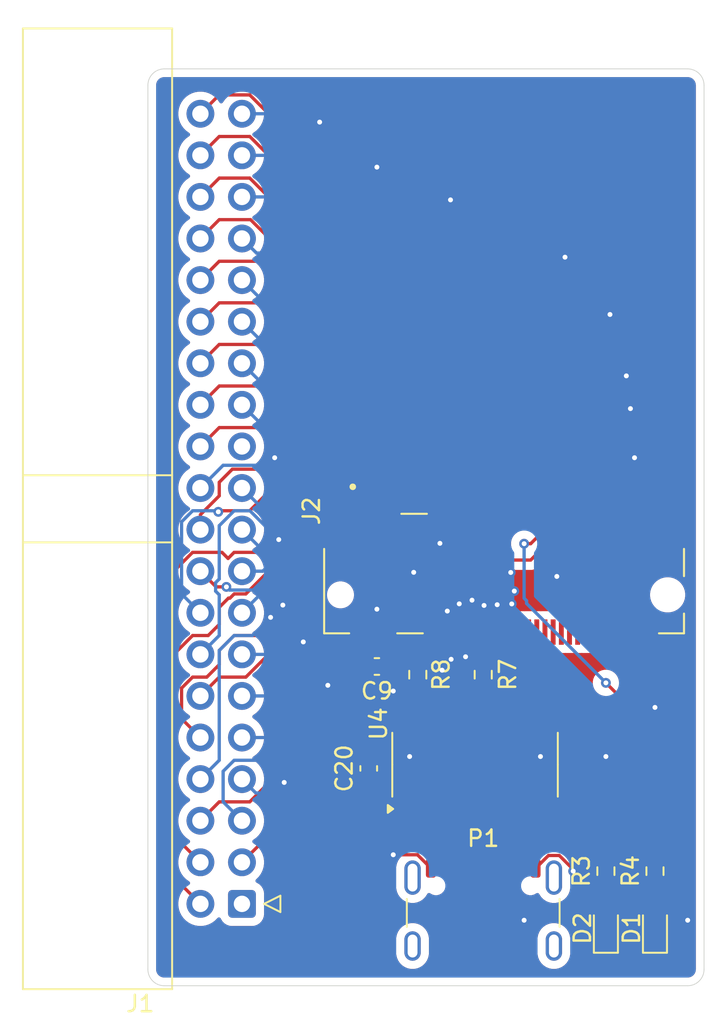
<source format=kicad_pcb>
(kicad_pcb (version 20241229) (generator "pcbnew") (generator_version "9.0")
  (layers (0 "F.Cu" signal) (2 "B.Cu" signal) (13 "F.Paste" user) (15 "B.Paste" user) (5 "F.SilkS" user "F.Silkscreen") (7 "B.SilkS" user "B.Silkscreen") (1 "F.Mask" user) (3 "B.Mask" user) (25 "Edge.Cuts" user))
  (net 0 "")
  (net 1 "GND")
  (net 2 "+3.3V")
  (net 3 "Net-(D1-A)")
  (net 4 "Net-(D2-A)")
  (net 5 "IO5")
  (net 6 "IO20")
  (net 7 "DVP_D3")
  (net 8 "IO7")
  (net 9 "IO9")
  (net 10 "SPI0_D0")
  (net 11 "IO14")
  (net 12 "SPI0_D3")
  (net 13 "IO4")
  (net 14 "SPI0_D5")
  (net 15 "IO8")
  (net 16 "DVP_D5")
  (net 17 "IO19")
  (net 18 "+5V")
  (net 19 "IO27")
  (net 20 "SPI0_D2")
  (net 21 "IO26")
  (net 22 "SPI0_D1")
  (net 23 "IO38")
  (net 24 "IO18")
  (net 25 "IO24")
  (net 26 "IO25")
  (net 27 "DVP_D1")
  (net 28 "IO33")
  (net 29 "BOOT")
  (net 30 "IO39")
  (net 31 "SPI0_D6")
  (net 32 "IO31")
  (net 33 "DVP_D2")
  (net 34 "DVP_D7")
  (net 35 "IO21")
  (net 36 "IO35")
  (net 37 "SPI0_D7")
  (net 38 "IO36")
  (net 39 "IO44")
  (net 40 "IO47")
  (net 41 "IO37")
  (net 42 "IO28")
  (net 43 "+1V8")
  (net 44 "IO17")
  (net 45 "IO40")
  (net 46 "IO6")
  (net 47 "IO45")
  (net 48 "IO29")
  (net 49 "IO10")
  (net 50 "IO41")
  (net 51 "IO22")
  (net 52 "IO23")
  (net 53 "IO11")
  (net 54 "SPI0_D4")
  (net 55 "RST")
  (net 56 "DVP_D4")
  (net 57 "IO34")
  (net 58 "IO32")
  (net 59 "DVP_D6")
  (net 60 "IO42")
  (net 61 "DVP_D0")
  (net 62 "IO30")
  (net 63 "IO12")
  (net 64 "IO43")
  (net 65 "IO15")
  (net 66 "IO13")
  (net 67 "IO46")
  (net 71 "D+")
  (net 73 "D-")
  (net 75 "Net-(U4-~{DTR})")
  (net 76 "Net-(U4-~{RTS})")
  (footprint "Resistor_SMD:R_0603_1608Metric" (layer "F.Cu") (at 111 70 -90)
    (property "Reference" "R4")
    (property "Value" "1.1K")
  )
  (footprint "LED_SMD:LED_0603_1608Metric" (layer "F.Cu") (at 108 73.5 90)
    (property "Reference" "D2")
    (property "Value" "LED")
  )
  (footprint "Connector_USB:USB_C_Receptacle_GCT_USB4105-xx-A_16P_TopMnt_Horizontal" (layer "F.Cu") (at 100.5 73.5)
    (property "Reference" "P1")
    (property "Value" "USB_C_Plug")
  )
  (footprint "Resistor_SMD:R_0603_1608Metric" (layer "F.Cu") (at 96.5 58 -90)
    (property "Reference" "R8")
    (property "Value" "1.1K")
  )
  (footprint "Resistor_SMD:R_0603_1608Metric" (layer "F.Cu") (at 108 70 -90)
    (property "Reference" "R3")
    (property "Value" "500")
  )
  (footprint "Capacitor_SMD:C_0603_1608Metric" (layer "F.Cu") (at 93.5 63.725 -90)
    (property "Reference" "C20")
    (property "Value" "10nF")
  )
  (footprint "LED_SMD:LED_0603_1608Metric" (layer "F.Cu") (at 111 73.5 90)
    (property "Reference" "D1")
    (property "Value" "LED")
  )
  (footprint "Connector_IDC:IDC-Header_2x20_P2.54mm_Horizontal" (layer "F.Cu") (at 85.75 72 180)
    (property "Reference" "J1")
    (property "Value" "Conn_02x20_Odd_Even")
  )
  (footprint "MDT320B03001:AMPHENOL_MDT320B03001" (layer "F.Cu") (at 101.775 53.125)
    (property "Reference" "J2")
    (property "Value" "MDT320B03001" (hide yes))
  )
  (footprint "Resistor_SMD:R_0603_1608Metric" (layer "F.Cu") (at 100.5 58 90)
    (property "Reference" "R7")
    (property "Value" "1.1K")
  )
  (footprint "Capacitor_SMD:C_0603_1608Metric" (layer "F.Cu") (at 94 57.5)
    (property "Reference" "C9")
    (property "Value" "100nF")
  )
  (footprint "Package_SO:SOIC-16_3.9x9.9mm_P1.27mm" (layer "F.Cu") (at 100 63.5 90)
    (property "Reference" "U4")
    (property "Value" "CH340C")
  )
  (gr_arc (start 113 21) (mid 113.707107 21.292893) (end 114 22) (stroke (width 0.05)) (layer "Edge.Cuts"))
  (gr_line (start 114 22) (end 114 76) (stroke (width 0.05)) (layer "Edge.Cuts"))
  (gr_arc (start 114 76) (mid 113.707107 76.707107) (end 113 77) (stroke (width 0.05)) (layer "Edge.Cuts"))
  (gr_line (start 80 76) (end 80 22) (stroke (width 0.05)) (layer "Edge.Cuts"))
  (gr_arc (start 81 77) (mid 80.292893 76.707107) (end 80 76) (stroke (width 0.05)) (layer "Edge.Cuts"))
  (gr_line (start 81 21) (end 113 21) (stroke (width 0.05)) (layer "Edge.Cuts"))
  (gr_line (start 113 77) (end 81 77) (stroke (width 0.05)) (layer "Edge.Cuts"))
  (gr_arc (start 80 22) (mid 80.292893 21.292893) (end 81 21) (stroke (width 0.05)) (layer "Edge.Cuts"))
  (segment (start 95.476 48) (end 95.476 47.85) (width 0.2) (layer "F.Cu") (net 0))
  (segment (start 95.5 48) (end 95.476 48) (width 0.2) (layer "F.Cu") (net 0))
  (segment (start 96.48 69) (end 95 69) (width 0.2) (layer "F.Cu") (net 1))
  (segment (start 103.7 69.82) (end 103.712215 69.82) (width 0.2) (layer "F.Cu") (net 1))
  (segment (start 106 69.892215) (end 106 70) (width 0.2) (layer "F.Cu") (net 1))
  (segment (start 93.775 55.4) (end 93.775 54.225) (width 0.2) (layer "F.Cu") (net 1))
  (segment (start 94.275 54.275) (end 94 54) (width 0.2) (layer "F.Cu") (net 1))
  (segment (start 93.775 54.225) (end 94 54) (width 0.2) (layer "F.Cu") (net 1))
  (segment (start 94.275 55.4) (end 94.275 54.275) (width 0.2) (layer "F.Cu") (net 1))
  (segment (start 105.151785 69.044) (end 106 69.892215) (width 0.2) (layer "F.Cu") (net 1))
  (segment (start 103.712215 69.82) (end 104.488215 69.044) (width 0.2) (layer "F.Cu") (net 1))
  (segment (start 104.488215 69.044) (end 105.151785 69.044) (width 0.2) (layer "F.Cu") (net 1))
  (segment (start 97.3 69.82) (end 96.48 69) (width 0.2) (layer "F.Cu") (net 1))
  (via (at 108 63) (size 0.6) (drill 0.3) (layers "F.Cu" "B.Cu") (net 1))
  (via (at 91 58.65) (size 0.6) (drill 0.3) (layers "F.Cu" "B.Cu") (net 1))
  (via (at 94 54) (size 0.6) (drill 0.3) (layers "F.Cu" "B.Cu") (net 1))
  (via (at 95 69) (size 0.6) (drill 0.3) (layers "F.Cu" "B.Cu") (net 1))
  (via (at 96 63) (size 0.6) (drill 0.3) (layers "F.Cu" "B.Cu") (net 1))
  (via (at 105 52) (size 0.6) (drill 0.3) (layers "F.Cu" "B.Cu") (net 1))
  (via (at 103 73) (size 0.6) (drill 0.3) (layers "F.Cu" "B.Cu") (net 1))
  (via (at 106 70) (size 0.6) (drill 0.3) (layers "F.Cu" "B.Cu") (net 1))
  (via (at 97.85288 49.97788) (size 0.6) (drill 0.3) (layers "F.Cu" "B.Cu") (net 1))
  (via (at 111 60) (size 0.6) (drill 0.3) (layers "F.Cu" "B.Cu") (net 1))
  (via (at 104 63) (size 0.6) (drill 0.3) (layers "F.Cu" "B.Cu") (net 1))
  (via (at 113 73) (size 0.6) (drill 0.3) (layers "F.Cu" "B.Cu") (net 1))
  (via (at 102.182174 51.757434) (size 0.6) (drill 0.3) (layers "F.Cu" "B.Cu") (net 1))
  (via (at 95 59) (size 0.6) (drill 0.3) (layers "F.Cu" "B.Cu") (net 1))
  (segment (start 111 72.7125) (end 111 70.825) (width 0.2) (layer "F.Cu") (net 3))
  (segment (start 108 72.7125) (end 108 70.825) (width 0.2) (layer "F.Cu") (net 4))
  (segment (start 100.228315 62.301) (end 100.229316 62.3) (width 0.2) (layer "F.Cu") (net 5))
  (segment (start 100.976968 62.3) (end 101.304 61.972968) (width 0.2) (layer "F.Cu") (net 5))
  (segment (start 96.825 65.000001) (end 99.524001 62.301) (width 0.2) (layer "F.Cu") (net 5))
  (segment (start 101.304 61.972968) (end 101.304 59.796) (width 0.2) (layer "F.Cu") (net 5))
  (segment (start 101.304 59.796) (end 102.275 58.825) (width 0.2) (layer "F.Cu") (net 5))
  (segment (start 102.844374 53.338874) (end 102.4 52.8945) (width 0.2) (layer "F.Cu") (net 5))
  (segment (start 96.825 65.975) (end 96.825 65.000001) (width 0.2) (layer "F.Cu") (net 5))
  (segment (start 102.275 54.497336) (end 102.844374 53.927962) (width 0.2) (layer "F.Cu") (net 5))
  (segment (start 100.229316 62.3) (end 100.976968 62.3) (width 0.2) (layer "F.Cu") (net 5))
  (segment (start 102.275 58.825) (end 102.275 55.4) (width 0.2) (layer "F.Cu") (net 5))
  (segment (start 102.275 55.4) (end 102.275 54.497336) (width 0.2) (layer "F.Cu") (net 5))
  (segment (start 102.844374 53.927962) (end 102.844374 53.338874) (width 0.2) (layer "F.Cu") (net 5))
  (segment (start 99.524001 62.301) (end 100.228315 62.301) (width 0.2) (layer "F.Cu") (net 5))
  (via (at 102.4 52.8945) (size 0.6) (drill 0.3) (layers "F.Cu" "B.Cu") (net 5))
  (segment (start 102.4 52.8945) (end 98.0055 48.5) (width 0.2) (layer "B.Cu") (net 5))
  (segment (start 98.0055 48.5) (end 87.65 48.5) (width 0.2) (layer "B.Cu") (net 5))
  (segment (start 87.65 48.5) (end 85.75 46.6) (width 0.2) (layer "B.Cu") (net 5))
  (segment (start 103.525 42.42724) (end 86.22676 25.129) (width 0.2) (layer "F.Cu") (net 6))
  (segment (start 84.361 25.129) (end 83.21 26.28) (width 0.2) (layer "F.Cu") (net 6))
  (segment (start 103.525 47.85) (end 103.525 42.42724) (width 0.2) (layer "F.Cu") (net 6))
  (segment (start 86.22676 25.129) (end 84.361 25.129) (width 0.2) (layer "F.Cu") (net 6))
  (segment (start 109.525 44.975) (end 109.75 44.75) (width 0.2) (layer "F.Cu") (net 9))
  (segment (start 109.525 47.85) (end 109.525 44.975) (width 0.2) (layer "F.Cu") (net 9))
  (via (at 109.75 44.75) (size 0.6) (drill 0.3) (layers "F.Cu" "B.Cu") (net 9))
  (segment (start 109.75 44.75) (end 88.98 44.75) (width 0.2) (layer "B.Cu") (net 9))
  (segment (start 88.98 44.75) (end 85.75 41.52) (width 0.2) (layer "B.Cu") (net 9))
  (segment (start 106.525 39.525) (end 94 27) (width 0.2) (layer "F.Cu") (net 11))
  (segment (start 106.525 47.85) (end 106.525 39.525) (width 0.2) (layer "F.Cu") (net 11))
  (via (at 94 27) (size 0.6) (drill 0.3) (layers "F.Cu" "B.Cu") (net 11))
  (segment (start 94 27) (end 93.28 26.28) (width 0.2) (layer "B.Cu") (net 11))
  (segment (start 93.28 26.28) (end 85.75 26.28) (width 0.2) (layer "B.Cu") (net 11))
  (segment (start 102.574 59.0931) (end 102.775 58.8921) (width 0.2) (layer "F.Cu") (net 13))
  (segment (start 98.095 65.975) (end 98.095 66.949999) (width 0.2) (layer "F.Cu") (net 13))
  (segment (start 98.095 65.975) (end 98.095 65.000001) (width 0.2) (layer "F.Cu") (net 13))
  (segment (start 100.395001 62.7) (end 101.9 62.7) (width 0.2) (layer "F.Cu") (net 13))
  (segment (start 101.9 62.7) (end 102.574 62.026) (width 0.2) (layer "F.Cu") (net 13))
  (segment (start 98.095 65.000001) (end 100.395001 62.7) (width 0.2) (layer "F.Cu") (net 13))
  (segment (start 102.574 62.026) (end 102.574 59.0931) (width 0.2) (layer "F.Cu") (net 13))
  (segment (start 102.775 58.8921) (end 102.775 55.4) (width 0.2) (layer "F.Cu") (net 13))
  (segment (start 101.275 55.4) (end 101.275 53.80576) (width 0.2) (layer "F.Cu") (net 15))
  (segment (start 101.275 53.80576) (end 101.353893 53.726867) (width 0.2) (layer "F.Cu") (net 15))
  (via (at 101.353893 53.726867) (size 0.6) (drill 0.3) (layers "F.Cu" "B.Cu") (net 15))
  (segment (start 97.099239 51.68) (end 99.114314 51.68) (width 0.2) (layer "B.Cu") (net 15))
  (segment (start 85.75 51.68) (end 87.022696 51.68) (width 0.2) (layer "B.Cu") (net 15))
  (segment (start 100.334314 52.4) (end 101.353893 53.419579) (width 0.2) (layer "B.Cu") (net 15))
  (segment (start 99.114314 51.68) (end 99.834315 52.4) (width 0.2) (layer "B.Cu") (net 15))
  (segment (start 87.602696 51.1) (end 96.519239 51.1) (width 0.2) (layer "B.Cu") (net 15))
  (segment (start 96.519239 51.1) (end 97.099239 51.68) (width 0.2) (layer "B.Cu") (net 15))
  (segment (start 99.834315 52.4) (end 100.334314 52.4) (width 0.2) (layer "B.Cu") (net 15))
  (segment (start 87.022696 51.68) (end 87.602696 51.1) (width 0.2) (layer "B.Cu") (net 15))
  (segment (start 101.353893 53.419579) (end 101.353893 53.726867) (width 0.2) (layer "B.Cu") (net 15))
  (segment (start 94.5 67.5) (end 94.5 63.95) (width 0.4) (layer "F.Cu") (net 18))
  (segment (start 96.838388 68) (end 95 68) (width 0.4) (layer "F.Cu") (net 18))
  (segment (start 98.1 69.261612) (end 96.838388 68) (width 0.4) (layer "F.Cu") (net 18))
  (segment (start 95.555 61.025) (end 95.425 61.025) (width 0.4) (layer "F.Cu") (net 18))
  (segment (start 102.9 70.278824) (end 102.482824 70.696) (width 0.2) (layer "F.Cu") (net 18))
  (segment (start 102.9 69.82) (end 102.9 70.278824) (width 0.2) (layer "F.Cu") (net 18))
  (segment (start 93.225 57.5) (end 93.225 58.695) (width 0.4) (layer "F.Cu") (net 18))
  (segment (start 93.225 55.401) (end 93.224 55.4) (width 0.4) (layer "F.Cu") (net 18))
  (segment (start 95 68) (end 94.5 67.5) (width 0.4) (layer "F.Cu") (net 18))
  (segment (start 104.022529 68.944) (end 103.201001 68.944) (width 0.2) (layer "F.Cu") (net 18))
  (segment (start 105.273471 68.6) (end 104.366529 68.6) (width 0.2) (layer "F.Cu") (net 18))
  (segment (start 95.425 61.025) (end 93.5 62.95) (width 0.4) (layer "F.Cu") (net 18))
  (segment (start 98.1 69.82) (end 98.1 69.261612) (width 0.4) (layer "F.Cu") (net 18))
  (segment (start 92.775 55.4) (end 93.224 55.4) (width 0.4) (layer "F.Cu") (net 18))
  (segment (start 102.9 69.245001) (end 102.9 69.82) (width 0.2) (layer "F.Cu") (net 18))
  (segment (start 108 69.175) (end 105.848471 69.175) (width 0.2) (layer "F.Cu") (net 18))
  (segment (start 103.201001 68.944) (end 102.9 69.245001) (width 0.2) (layer "F.Cu") (net 18))
  (segment (start 98.517176 70.696) (end 98.1 70.278824) (width 0.2) (layer "F.Cu") (net 18))
  (segment (start 93.225 58.695) (end 95.555 61.025) (width 0.4) (layer "F.Cu") (net 18))
  (segment (start 105.848471 69.175) (end 105.273471 68.6) (width 0.2) (layer "F.Cu") (net 18))
  (segment (start 98.1 70.278824) (end 98.1 69.82) (width 0.2) (layer "F.Cu") (net 18))
  (segment (start 104.366529 68.6) (end 104.022529 68.944) (width 0.2) (layer "F.Cu") (net 18))
  (segment (start 93.225 57.5) (end 93.225 55.401) (width 0.4) (layer "F.Cu") (net 18))
  (segment (start 94.5 63.95) (end 93.5 62.95) (width 0.4) (layer "F.Cu") (net 18))
  (segment (start 102.482824 70.696) (end 98.517176 70.696) (width 0.2) (layer "F.Cu") (net 18))
  (segment (start 101.025 46.654962) (end 92.199038 37.829) (width 0.2) (layer "F.Cu") (net 19))
  (segment (start 92.199038 37.829) (end 84.361 37.829) (width 0.2) (layer "F.Cu") (net 19))
  (segment (start 84.361 37.829) (end 83.21 38.98) (width 0.2) (layer "F.Cu") (net 19))
  (segment (start 101.025 47.85) (end 101.025 46.654962) (width 0.2) (layer "F.Cu") (net 19))
  (segment (start 100.525 47.85) (end 100.525 46.720648) (width 0.2) (layer "F.Cu") (net 21))
  (segment (start 84.361 40.369) (end 83.21 41.52) (width 0.2) (layer "F.Cu") (net 21))
  (segment (start 94.173352 40.369) (end 84.361 40.369) (width 0.2) (layer "F.Cu") (net 21))
  (segment (start 100.525 46.720648) (end 94.173352 40.369) (width 0.2) (layer "F.Cu") (net 21))
  (segment (start 89.5 62.49576) (end 86.22676 65.769) (width 0.2) (layer "F.Cu") (net 23))
  (segment (start 86.22676 65.769) (end 84.361 65.769) (width 0.2) (layer "F.Cu") (net 23))
  (segment (start 93.525 47.85) (end 93.525 50.23337) (width 0.2) (layer "F.Cu") (net 23))
  (segment (start 92.36037 51.398) (end 90.602 51.398) (width 0.2) (layer "F.Cu") (net 23))
  (segment (start 89.5 56) (end 89.5 62.49576) (width 0.2) (layer "F.Cu") (net 23))
  (segment (start 93.525 50.23337) (end 92.36037 51.398) (width 0.2) (layer "F.Cu") (net 23))
  (segment (start 90.602 51.398) (end 88.25 53.75) (width 0.2) (layer "F.Cu") (net 23))
  (segment (start 84.361 65.769) (end 83.21 66.92) (width 0.2) (layer "F.Cu") (net 23))
  (via (at 88.25 53.75) (size 0.6) (drill 0.3) (layers "F.Cu" "B.Cu") (net 23))
  (via (at 89.5 56) (size 0.6) (drill 0.3) (layers "F.Cu" "B.Cu") (net 23))
  (segment (start 89.5 55) (end 89.5 56) (width 0.2) (layer "B.Cu") (net 23))
  (segment (start 88.25 53.75) (end 89.5 55) (width 0.2) (layer "B.Cu") (net 23))
  (segment (start 104.525 48.877) (end 104.525 47.85) (width 0.2) (layer "F.Cu") (net 24))
  (segment (start 103 50) (end 103.402 50) (width 0.2) (layer "F.Cu") (net 24))
  (segment (start 111 61.5) (end 108 58.5) (width 0.2) (layer "F.Cu") (net 24))
  (segment (start 103.402 50) (end 104.525 48.877) (width 0.2) (layer "F.Cu") (net 24))
  (segment (start 111 69.175) (end 111 61.5) (width 0.2) (layer "F.Cu") (net 24))
  (via (at 103 50) (size 0.6) (drill 0.3) (layers "F.Cu" "B.Cu") (net 24))
  (via (at 108 58.5) (size 0.6) (drill 0.3) (layers "F.Cu" "B.Cu") (net 24))
  (segment (start 103.15 53.65) (end 103.15 53.480761) (width 0.2) (layer "B.Cu") (net 24))
  (segment (start 108 58.5) (end 103.15 53.65) (width 0.2) (layer "B.Cu") (net 24))
  (segment (start 103 53.330761) (end 103 50) (width 0.2) (layer "B.Cu") (net 24))
  (segment (start 103.15 53.480761) (end 103 53.330761) (width 0.2) (layer "B.Cu") (net 24))
  (segment (start 101.525 46.589276) (end 90.224724 35.289) (width 0.2) (layer "F.Cu") (net 25))
  (segment (start 84.361 35.289) (end 83.21 36.44) (width 0.2) (layer "F.Cu") (net 25))
  (segment (start 101.525 47.85) (end 101.525 46.589276) (width 0.2) (layer "F.Cu") (net 25))
  (segment (start 90.224724 35.289) (end 84.361 35.289) (width 0.2) (layer "F.Cu") (net 25))
  (segment (start 102.025 46.52359) (end 88.25041 32.749) (width 0.2) (layer "F.Cu") (net 26))
  (segment (start 88.25041 32.749) (end 84.361 32.749) (width 0.2) (layer "F.Cu") (net 26))
  (segment (start 84.361 32.749) (end 83.21 33.9) (width 0.2) (layer "F.Cu") (net 26))
  (segment (start 102.025 47.85) (end 102.025 46.52359) (width 0.2) (layer "F.Cu") (net 26))
  (segment (start 98.025 47.85) (end 98.025 46.775) (width 0.2) (layer "F.Cu") (net 28))
  (segment (start 84.368 47.989) (end 84.3035 48.0535) (width 0.2) (layer "F.Cu") (net 28))
  (segment (start 87.84176 46.374) (end 86.22676 47.989) (width 0.2) (layer "F.Cu") (net 28))
  (segment (start 95.641685 46.374) (end 87.84176 46.374) (width 0.2) (layer "F.Cu") (net 28))
  (segment (start 98.025 46.775) (end 97.65 46.4) (width 0.2) (layer "F.Cu") (net 28))
  (segment (start 97.65 46.4) (end 95.667685 46.4) (width 0.2) (layer "F.Cu") (net 28))
  (segment (start 86.22676 47.989) (end 84.368 47.989) (width 0.2) (layer "F.Cu") (net 28))
  (segment (start 95.667685 46.4) (end 95.641685 46.374) (width 0.2) (layer "F.Cu") (net 28))
  (via (at 84.3035 48.0535) (size 0.6) (drill 0.3) (layers "F.Cu" "B.Cu") (net 28))
  (segment (start 83.21 54.22) (end 82.059 53.069) (width 0.2) (layer "B.Cu") (net 28))
  (segment (start 82.059 53.069) (end 82.059 48.66324) (width 0.2) (layer "B.Cu") (net 28))
  (segment (start 82.73324 47.989) (end 84.239 47.989) (width 0.2) (layer "B.Cu") (net 28))
  (segment (start 84.239 47.989) (end 84.3035 48.0535) (width 0.2) (layer "B.Cu") (net 28))
  (segment (start 82.059 48.66324) (end 82.73324 47.989) (width 0.2) (layer "B.Cu") (net 28))
  (segment (start 100.5 57.175) (end 100.071344 57.175) (width 0.2) (layer "F.Cu") (net 29))
  (segment (start 100.148 51) (end 103.402 51) (width 0.2) (layer "F.Cu") (net 29))
  (segment (start 105.525 48.877) (end 105.525 47.85) (width 0.2) (layer "F.Cu") (net 29))
  (segment (start 96.824 56.474) (end 96.824 54.324) (width 0.2) (layer "F.Cu") (net 29))
  (segment (start 103.402 51) (end 105.525 48.877) (width 0.2) (layer "F.Cu") (net 29))
  (segment (start 96.988064 56.474) (end 96.824 56.474) (width 0.2) (layer "F.Cu") (net 29))
  (segment (start 100.071344 57.175) (end 98.76816 58.478184) (width 0.2) (layer "F.Cu") (net 29))
  (segment (start 98.76816 58.478184) (end 97.875209 58.478184) (width 0.2) (layer "F.Cu") (net 29))
  (segment (start 97.276 56.761936) (end 96.988064 56.474) (width 0.2) (layer "F.Cu") (net 29))
  (segment (start 97.875209 58.478184) (end 97.276 57.878975) (width 0.2) (layer "F.Cu") (net 29))
  (segment (start 96.824 54.324) (end 100.148 51) (width 0.2) (layer "F.Cu") (net 29))
  (segment (start 97.276 57.878975) (end 97.276 56.761936) (width 0.2) (layer "F.Cu") (net 29))
  (segment (start 92 50.597) (end 91.932 50.529) (width 0.2) (layer "F.Cu") (net 30))
  (segment (start 82.73324 50.529) (end 81.259 52.00324) (width 0.2) (layer "F.Cu") (net 30))
  (segment (start 92.525 50.072) (end 92 50.597) (width 0.2) (layer "F.Cu") (net 30))
  (segment (start 92.525 47.85) (end 92.525 50.072) (width 0.2) (layer "F.Cu") (net 30))
  (segment (start 84.529 50.529) (end 82.73324 50.529) (width 0.2) (layer "F.Cu") (net 30))
  (segment (start 81.259 70.049) (end 83.21 72) (width 0.2) (layer "F.Cu") (net 30))
  (segment (start 85.27324 50.529) (end 84.90112 50.90112) (width 0.2) (layer "F.Cu") (net 30))
  (segment (start 91.932 50.529) (end 85.27324 50.529) (width 0.2) (layer "F.Cu") (net 30))
  (segment (start 81.259 52.00324) (end 81.259 70.049) (width 0.2) (layer "F.Cu") (net 30))
  (segment (start 84.90112 50.90112) (end 84.529 50.529) (width 0.2) (layer "F.Cu") (net 30))
  (segment (start 85.162 45.449) (end 84.361 46.25) (width 0.2) (layer "F.Cu") (net 32))
  (segment (start 99.025 46.917706) (end 97.556294 45.449) (width 0.2) (layer "F.Cu") (net 32))
  (segment (start 84.361 46.25) (end 84.361 47.07676) (width 0.2) (layer "F.Cu") (net 32))
  (segment (start 84.361 47.07676) (end 83.21 48.22776) (width 0.2) (layer "F.Cu") (net 32))
  (segment (start 83.21 48.22776) (end 83.21 49.14) (width 0.2) (layer "F.Cu") (net 32))
  (segment (start 99.025 47.85) (end 99.025 46.917706) (width 0.2) (layer "F.Cu") (net 32))
  (segment (start 97.556294 45.449) (end 85.162 45.449) (width 0.2) (layer "F.Cu") (net 32))
  (segment (start 84.361 22.589) (end 83.21 23.74) (width 0.2) (layer "F.Cu") (net 35))
  (segment (start 104.025 47.85) (end 104.025 40.38724) (width 0.2) (layer "F.Cu") (net 35))
  (segment (start 104.025 40.38724) (end 86.22676 22.589) (width 0.2) (layer "F.Cu") (net 35))
  (segment (start 86.22676 22.589) (end 84.361 22.589) (width 0.2) (layer "F.Cu") (net 35))
  (segment (start 92.158562 54.051) (end 90.08676 54.051) (width 0.2) (layer "F.Cu") (net 36))
  (segment (start 84.361 58.149) (end 83.21 59.3) (width 0.2) (layer "F.Cu") (net 36))
  (segment (start 95.025 51.184562) (end 92.158562 54.051) (width 0.2) (layer "F.Cu") (net 36))
  (segment (start 90.08676 54.051) (end 85.98876 58.149) (width 0.2) (layer "F.Cu") (net 36))
  (segment (start 85.98876 58.149) (end 84.361 58.149) (width 0.2) (layer "F.Cu") (net 36))
  (segment (start 95.025 47.85) (end 95.025 51.184562) (width 0.2) (layer "F.Cu") (net 36))
  (segment (start 94.025 50.299055) (end 92.526055 51.798) (width 0.2) (layer "F.Cu") (net 38))
  (segment (start 88.127 54.5) (end 87.5 54.5) (width 0.2) (layer "F.Cu") (net 38))
  (segment (start 91.121239 51.798) (end 88.519239 54.4) (width 0.2) (layer "F.Cu") (net 38))
  (segment (start 92.526055 51.798) (end 91.121239 51.798) (width 0.2) (layer "F.Cu") (net 38))
  (segment (start 88.227 54.4) (end 88.127 54.5) (width 0.2) (layer "F.Cu") (net 38))
  (segment (start 94.025 47.85) (end 94.025 50.299055) (width 0.2) (layer "F.Cu") (net 38))
  (segment (start 88.519239 54.4) (end 88.227 54.4) (width 0.2) (layer "F.Cu") (net 38))
  (via (at 87.5 54.5) (size 0.6) (drill 0.3) (layers "F.Cu" "B.Cu") (net 38))
  (segment (start 85.27324 55.609) (end 84.361 56.52124) (width 0.2) (layer "B.Cu") (net 38))
  (segment (start 84.361 56.52124) (end 84.361 63.229) (width 0.2) (layer "B.Cu") (net 38))
  (segment (start 86.391 55.609) (end 85.27324 55.609) (width 0.2) (layer "B.Cu") (net 38))
  (segment (start 84.361 63.229) (end 83.21 64.38) (width 0.2) (layer "B.Cu") (net 38))
  (segment (start 87.5 54.5) (end 86.391 55.609) (width 0.2) (layer "B.Cu") (net 38))
  (segment (start 100.275 54.41533) (end 99.814187 53.954517) (width 0.2) (layer "F.Cu") (net 39))
  (segment (start 99.814187 53.954517) (end 99.814187 53.45) (width 0.2) (layer "F.Cu") (net 39))
  (segment (start 100.275 55.4) (end 100.275 54.41533) (width 0.2) (layer "F.Cu") (net 39))
  (via (at 99.814187 53.45) (size 0.6) (drill 0.3) (layers "F.Cu" "B.Cu") (net 39))
  (segment (start 99.752945 53.45) (end 99.814187 53.45) (width 0.2) (layer "B.Cu") (net 39))
  (segment (start 85.75 56.76) (end 93.74 56.76) (width 0.2) (layer "B.Cu") (net 39))
  (segment (start 93.74 56.76) (end 97.483206 53.016794) (width 0.2) (layer "B.Cu") (net 39))
  (segment (start 99.319739 53.016794) (end 99.752945 53.45) (width 0.2) (layer "B.Cu") (net 39))
  (segment (start 97.483206 53.016794) (end 99.319739 53.016794) (width 0.2) (layer "B.Cu") (net 39))
  (segment (start 81.659 67.909) (end 83.21 69.46) (width 0.2) (layer "F.Cu") (net 41))
  (segment (start 84.361 54.93476) (end 83.68676 55.609) (width 0.2) (layer "F.Cu") (net 41))
  (segment (start 82.73324 55.609) (end 81.659 56.68324) (width 0.2) (layer "F.Cu") (net 41))
  (segment (start 85.27324 53.069) (end 85.016072 53.326168) (width 0.2) (layer "F.Cu") (net 41))
  (segment (start 93.025 47.85) (end 93.025 50.167685) (width 0.2) (layer "F.Cu") (net 41))
  (segment (start 84.361 53.889) (end 84.361 54.93476) (width 0.2) (layer "F.Cu") (net 41))
  (segment (start 81.659 56.68324) (end 81.659 67.909) (width 0.2) (layer "F.Cu") (net 41))
  (segment (start 92.194685 50.998) (end 88.05976 50.998) (width 0.2) (layer "F.Cu") (net 41))
  (segment (start 84.923832 53.326168) (end 84.361 53.889) (width 0.2) (layer "F.Cu") (net 41))
  (segment (start 85.98876 53.069) (end 85.27324 53.069) (width 0.2) (layer "F.Cu") (net 41))
  (segment (start 85.016072 53.326168) (end 84.923832 53.326168) (width 0.2) (layer "F.Cu") (net 41))
  (segment (start 83.68676 55.609) (end 82.73324 55.609) (width 0.2) (layer "F.Cu") (net 41))
  (segment (start 88.05976 50.998) (end 85.98876 53.069) (width 0.2) (layer "F.Cu") (net 41))
  (segment (start 93.025 50.167685) (end 92.194685 50.998) (width 0.2) (layer "F.Cu") (net 41))
  (segment (start 99.525 46.85202) (end 97.42298 44.75) (width 0.2) (layer "F.Cu") (net 42))
  (segment (start 99.525 47.85) (end 99.525 46.85202) (width 0.2) (layer "F.Cu") (net 42))
  (segment (start 97.42298 44.75) (end 87.75 44.75) (width 0.2) (layer "F.Cu") (net 42))
  (via (at 87.75 44.75) (size 0.6) (drill 0.3) (layers "F.Cu" "B.Cu") (net 42))
  (segment (start 87.289 45.211) (end 84.599 45.211) (width 0.2) (layer "B.Cu") (net 42))
  (segment (start 87.75 44.75) (end 87.289 45.211) (width 0.2) (layer "B.Cu") (net 42))
  (segment (start 84.599 45.211) (end 83.21 46.6) (width 0.2) (layer "B.Cu") (net 42))
  (segment (start 106.025 39.944239) (end 93.35 27.269239) (width 0.2) (layer "F.Cu") (net 44))
  (segment (start 106.025 47.85) (end 106.025 46.090686) (width 0.2) (layer "F.Cu") (net 44))
  (segment (start 93.35 27.1) (end 90.5 24.25) (width 0.2) (layer "F.Cu") (net 44))
  (segment (start 105.6 45.665686) (end 105.6 45.334314) (width 0.2) (layer "F.Cu") (net 44))
  (segment (start 93.35 27.269239) (end 93.35 27.1) (width 0.2) (layer "F.Cu") (net 44))
  (segment (start 106.025 46.090686) (end 105.6 45.665686) (width 0.2) (layer "F.Cu") (net 44))
  (segment (start 106.025 44.909314) (end 106.025 39.944239) (width 0.2) (layer "F.Cu") (net 44))
  (segment (start 105.6 45.334314) (end 106.025 44.909314) (width 0.2) (layer "F.Cu") (net 44))
  (via (at 90.5 24.25) (size 0.6) (drill 0.3) (layers "F.Cu" "B.Cu") (net 44))
  (segment (start 89.99 23.74) (end 85.75 23.74) (width 0.2) (layer "B.Cu") (net 44))
  (segment (start 90.5 24.25) (end 89.99 23.74) (width 0.2) (layer "B.Cu") (net 44))
  (segment (start 99.275 54.546702) (end 99.052298 54.324) (width 0.2) (layer "F.Cu") (net 45))
  (segment (start 99.052298 54.324) (end 98.512139 54.324) (width 0.2) (layer "F.Cu") (net 45))
  (segment (start 99.275 55.4) (end 99.275 54.546702) (width 0.2) (layer "F.Cu") (net 45))
  (segment (start 98.512139 54.324) (end 98.303689 54.11555) (width 0.2) (layer "F.Cu") (net 45))
  (via (at 98.303689 54.11555) (size 0.6) (drill 0.3) (layers "F.Cu" "B.Cu") (net 45))
  (segment (start 85.75 61.84) (end 90.579239 61.84) (width 0.2) (layer "B.Cu") (net 45))
  (segment (start 90.579239 61.84) (end 98.303689 54.11555) (width 0.2) (layer "B.Cu") (net 45))
  (segment (start 102.243374 53.756626) (end 102.243374 53.679019) (width 0.2) (layer "F.Cu") (net 46))
  (segment (start 101.775 55.4) (end 101.775 54.225) (width 0.2) (layer "F.Cu") (net 46))
  (segment (start 101.775 54.225) (end 102.243374 53.756626) (width 0.2) (layer "F.Cu") (net 46))
  (via (at 102.243374 53.679019) (size 0.6) (drill 0.3) (layers "F.Cu" "B.Cu") (net 46))
  (segment (start 99.1829 51) (end 100.0839 51.901) (width 0.2) (layer "B.Cu") (net 46))
  (segment (start 96.684925 50.7) (end 96.984925 51) (width 0.2) (layer "B.Cu") (net 46))
  (segment (start 87.31 50.7) (end 96.684925 50.7) (width 0.2) (layer "B.Cu") (net 46))
  (segment (start 102.179019 53.679019) (end 102.243374 53.679019) (width 0.2) (layer "B.Cu") (net 46))
  (segment (start 96.984925 51) (end 99.1829 51) (width 0.2) (layer "B.Cu") (net 46))
  (segment (start 85.75 49.14) (end 87.31 50.7) (width 0.2) (layer "B.Cu") (net 46))
  (segment (start 100.401 51.901) (end 102.179019 53.679019) (width 0.2) (layer "B.Cu") (net 46))
  (segment (start 100.0839 51.901) (end 100.401 51.901) (width 0.2) (layer "B.Cu") (net 46))
  (segment (start 85.75 69.46) (end 88.3325 66.8775) (width 0.2) (layer "F.Cu") (net 47))
  (segment (start 88.3325 66.8775) (end 88.3325 64.5825) (width 0.2) (layer "F.Cu") (net 47))
  (segment (start 97.775 55.4) (end 97.775 57.515902) (width 0.2) (layer "F.Cu") (net 47))
  (segment (start 97.775 57.515902) (end 97.986224 57.727126) (width 0.2) (layer "F.Cu") (net 47))
  (via (at 88.3325 64.5825) (size 0.6) (drill 0.3) (layers "F.Cu" "B.Cu") (net 47))
  (via (at 97.986224 57.727126) (size 0.6) (drill 0.3) (layers "F.Cu" "B.Cu") (net 47))
  (segment (start 91.46335 64.25) (end 88.665 64.25) (width 0.2) (layer "B.Cu") (net 47))
  (segment (start 97.986224 57.727126) (end 91.46335 64.25) (width 0.2) (layer "B.Cu") (net 47))
  (segment (start 88.665 64.25) (end 88.3325 64.5825) (width 0.2) (layer "B.Cu") (net 47))
  (segment (start 84.361 42.909) (end 83.21 44.06) (width 0.2) (layer "F.Cu") (net 48))
  (segment (start 96.147666 42.909) (end 84.361 42.909) (width 0.2) (layer "F.Cu") (net 48))
  (segment (start 100.025 46.786334) (end 96.147666 42.909) (width 0.2) (layer "F.Cu") (net 48))
  (segment (start 100.025 47.85) (end 100.025 46.786334) (width 0.2) (layer "F.Cu") (net 48))
  (segment (start 108.525 40.475) (end 109.25 39.75) (width 0.2) (layer "F.Cu") (net 49))
  (segment (start 108.525 47.85) (end 108.525 40.475) (width 0.2) (layer "F.Cu") (net 49))
  (via (at 109.25 39.75) (size 0.6) (drill 0.3) (layers "F.Cu" "B.Cu") (net 49))
  (segment (start 108.75 39.25) (end 88.56 39.25) (width 0.2) (layer "B.Cu") (net 49))
  (segment (start 109.25 39.75) (end 108.75 39.25) (width 0.2) (layer "B.Cu") (net 49))
  (segment (start 88.56 39.25) (end 85.75 36.44) (width 0.2) (layer "B.Cu") (net 49))
  (segment (start 99.306084 56.906084) (end 99.42102 56.906084) (width 0.2) (layer "F.Cu") (net 50))
  (segment (start 98.775 55.4) (end 98.775 56.375) (width 0.2) (layer "F.Cu") (net 50))
  (segment (start 98.775 56.375) (end 99.306084 56.906084) (width 0.2) (layer "F.Cu") (net 50))
  (via (at 99.42102 56.906084) (size 0.6) (drill 0.3) (layers "F.Cu" "B.Cu") (net 50))
  (segment (start 91.049036 65.23) (end 91.899036 64.38) (width 0.2) (layer "B.Cu") (net 50))
  (segment (start 99.42102 57.51686) (end 99.42102 56.906084) (width 0.2) (layer "B.Cu") (net 50))
  (segment (start 92.55788 64.38) (end 99.42102 57.51686) (width 0.2) (layer "B.Cu") (net 50))
  (segment (start 86.6 65.23) (end 91.049036 65.23) (width 0.2) (layer "B.Cu") (net 50))
  (segment (start 85.75 64.38) (end 86.6 65.23) (width 0.2) (layer "B.Cu") (net 50))
  (segment (start 91.899036 64.38) (end 92.55788 64.38) (width 0.2) (layer "B.Cu") (net 50))
  (segment (start 84.361 30.209) (end 83.21 31.36) (width 0.2) (layer "F.Cu") (net 51))
  (segment (start 102.525 46.45649) (end 86.27751 30.209) (width 0.2) (layer "F.Cu") (net 51))
  (segment (start 102.525 47.85) (end 102.525 46.45649) (width 0.2) (layer "F.Cu") (net 51))
  (segment (start 86.27751 30.209) (end 84.361 30.209) (width 0.2) (layer "F.Cu") (net 51))
  (segment (start 103.025 47.85) (end 103.025 44.46724) (width 0.2) (layer "F.Cu") (net 52))
  (segment (start 103.025 44.46724) (end 86.22676 27.669) (width 0.2) (layer "F.Cu") (net 52))
  (segment (start 86.22676 27.669) (end 84.361 27.669) (width 0.2) (layer "F.Cu") (net 52))
  (segment (start 84.361 27.669) (end 83.21 28.82) (width 0.2) (layer "F.Cu") (net 52))
  (segment (start 109.025 42.225) (end 109.5 41.75) (width 0.2) (layer "F.Cu") (net 53))
  (segment (start 109.025 47.85) (end 109.025 42.225) (width 0.2) (layer "F.Cu") (net 53))
  (via (at 109.5 41.75) (size 0.6) (drill 0.3) (layers "F.Cu" "B.Cu") (net 53))
  (segment (start 109.5 41.75) (end 109 41.25) (width 0.2) (layer "B.Cu") (net 53))
  (segment (start 88.02 41.25) (end 85.75 38.98) (width 0.2) (layer "B.Cu") (net 53))
  (segment (start 109 41.25) (end 88.02 41.25) (width 0.2) (layer "B.Cu") (net 53))
  (segment (start 96.5 57.125) (end 94.775 55.4) (width 0.2) (layer "F.Cu") (net 55))
  (segment (start 96.5 57.175) (end 96.5 57.125) (width 0.2) (layer "F.Cu") (net 55))
  (segment (start 94.525 50.36474) (end 92.69174 52.198) (width 0.2) (layer "F.Cu") (net 57))
  (segment (start 84.361 56.52124) (end 84.361 57.389) (width 0.2) (layer "F.Cu") (net 57))
  (segment (start 82.73324 58.149) (end 82.059 58.82324) (width 0.2) (layer "F.Cu") (net 57))
  (segment (start 87.641 55.609) (end 85.27324 55.609) (width 0.2) (layer "F.Cu") (net 57))
  (segment (start 85.27324 55.609) (end 84.361 56.52124) (width 0.2) (layer "F.Cu") (net 57))
  (segment (start 84.361 57.389) (end 83.601 58.149) (width 0.2) (layer "F.Cu") (net 57))
  (segment (start 92.69174 52.198) (end 91.286925 52.198) (width 0.2) (layer "F.Cu") (net 57))
  (segment (start 88.45 54.8) (end 87.641 55.609) (width 0.2) (layer "F.Cu") (net 57))
  (segment (start 91.286925 52.198) (end 88.684924 54.8) (width 0.2) (layer "F.Cu") (net 57))
  (segment (start 82.059 58.82324) (end 82.059 60.689) (width 0.2) (layer "F.Cu") (net 57))
  (segment (start 94.525 47.85) (end 94.525 50.36474) (width 0.2) (layer "F.Cu") (net 57))
  (segment (start 82.059 60.689) (end 83.21 61.84) (width 0.2) (layer "F.Cu") (net 57))
  (segment (start 83.601 58.149) (end 82.73324 58.149) (width 0.2) (layer "F.Cu") (net 57))
  (segment (start 88.684924 54.8) (end 88.45 54.8) (width 0.2) (layer "F.Cu") (net 57))
  (segment (start 88 49.473) (end 88 49.75) (width 0.2) (layer "F.Cu") (net 58))
  (segment (start 95.476 46.774) (end 90.699 46.774) (width 0.2) (layer "F.Cu") (net 58))
  (segment (start 90.699 46.774) (end 88 49.473) (width 0.2) (layer "F.Cu") (net 58))
  (segment (start 97.525 47.85) (end 96.552 47.85) (width 0.2) (layer "F.Cu") (net 58))
  (segment (start 96.552 47.85) (end 95.476 46.774) (width 0.2) (layer "F.Cu") (net 58))
  (via (at 88 49.75) (size 0.6) (drill 0.3) (layers "F.Cu" "B.Cu") (net 58))
  (segment (start 84.14057 52.37719) (end 84.14057 52.90167) (width 0.2) (layer "B.Cu") (net 58))
  (segment (start 84.361 48.90124) (end 84.361 52.15676) (width 0.2) (layer "B.Cu") (net 58))
  (segment (start 84.361 53.1221) (end 84.361 55.609) (width 0.2) (layer "B.Cu") (net 58))
  (segment (start 84.14057 52.90167) (end 84.361 53.1221) (width 0.2) (layer "B.Cu") (net 58))
  (segment (start 88 49.75) (end 86.239 47.989) (width 0.2) (layer "B.Cu") (net 58))
  (segment (start 84.361 52.15676) (end 84.14057 52.37719) (width 0.2) (layer "B.Cu") (net 58))
  (segment (start 85.27324 47.989) (end 84.361 48.90124) (width 0.2) (layer "B.Cu") (net 58))
  (segment (start 84.361 55.609) (end 83.21 56.76) (width 0.2) (layer "B.Cu") (net 58))
  (segment (start 86.239 47.989) (end 85.27324 47.989) (width 0.2) (layer "B.Cu") (net 58))
  (segment (start 99.775 54.481016) (end 99.034657 53.740673) (width 0.2) (layer "F.Cu") (net 60))
  (segment (start 99.034657 53.740673) (end 99.034657 53.674) (width 0.2) (layer "F.Cu") (net 60))
  (segment (start 99.775 55.4) (end 99.775 54.481016) (width 0.2) (layer "F.Cu") (net 60))
  (via (at 99.034657 53.674) (size 0.6) (drill 0.3) (layers "F.Cu" "B.Cu") (net 60))
  (segment (start 85.75 59.3) (end 92.2 59.3) (width 0.2) (layer "B.Cu") (net 60))
  (segment (start 98.082206 53.417794) (end 98.778451 53.417794) (width 0.2) (layer "B.Cu") (net 60))
  (segment (start 98.778451 53.417794) (end 99.034657 53.674) (width 0.2) (layer "B.Cu") (net 60))
  (segment (start 92.2 59.3) (end 98.082206 53.417794) (width 0.2) (layer "B.Cu") (net 60))
  (segment (start 98.525 50.225) (end 97 51.75) (width 0.2) (layer "F.Cu") (net 62))
  (segment (start 98.525 47.85) (end 98.525 50.225) (width 0.2) (layer "F.Cu") (net 62))
  (segment (start 84.798967 52.638033) (end 84.168033 52.638033) (width 0.2) (layer "F.Cu") (net 62))
  (segment (start 97 51.75) (end 96.25 51.75) (width 0.2) (layer "F.Cu") (net 62))
  (segment (start 84.168033 52.638033) (end 83.21 51.68) (width 0.2) (layer "F.Cu") (net 62))
  (via (at 96.25 51.75) (size 0.6) (drill 0.3) (layers "F.Cu" "B.Cu") (net 62))
  (via (at 84.798967 52.638033) (size 0.6) (drill 0.3) (layers "F.Cu" "B.Cu") (net 62))
  (segment (start 86.437382 52.831) (end 84.991934 52.831) (width 0.2) (layer "B.Cu") (net 62))
  (segment (start 84.991934 52.831) (end 84.798967 52.638033) (width 0.2) (layer "B.Cu") (net 62))
  (segment (start 87.518382 51.75) (end 86.437382 52.831) (width 0.2) (layer "B.Cu") (net 62))
  (segment (start 96.25 51.75) (end 87.518382 51.75) (width 0.2) (layer "B.Cu") (net 62))
  (segment (start 107.525 47.85) (end 107.525 34.525) (width 0.2) (layer "F.Cu") (net 63))
  (segment (start 107.525 34.525) (end 105.5 32.5) (width 0.2) (layer "F.Cu") (net 63))
  (via (at 105.5 32.5) (size 0.6) (drill 0.3) (layers "F.Cu" "B.Cu") (net 63))
  (segment (start 86.64 32.25) (end 85.75 31.36) (width 0.2) (layer "B.Cu") (net 63))
  (segment (start 105.25 32.25) (end 86.64 32.25) (width 0.2) (layer "B.Cu") (net 63))
  (segment (start 105.5 32.5) (end 105.25 32.25) (width 0.2) (layer "B.Cu") (net 63))
  (segment (start 98.275 55.4) (end 98.275 56.796471) (width 0.2) (layer "F.Cu") (net 64))
  (segment (start 98.275 56.796471) (end 98.538447 57.059918) (width 0.2) (layer "F.Cu") (net 64))
  (via (at 98.538447 57.059918) (size 0.6) (drill 0.3) (layers "F.Cu" "B.Cu") (net 64))
  (segment (start 85.75 66.92) (end 84.599 65.769) (width 0.2) (layer "B.Cu") (net 64))
  (segment (start 84.599 65.769) (end 84.599 63.90324) (width 0.2) (layer "B.Cu") (net 64))
  (segment (start 85.27324 63.229) (end 91.635821 63.229) (width 0.2) (layer "B.Cu") (net 64))
  (segment (start 84.599 63.90324) (end 85.27324 63.229) (width 0.2) (layer "B.Cu") (net 64))
  (segment (start 91.635821 63.229) (end 97.804903 57.059918) (width 0.2) (layer "B.Cu") (net 64))
  (segment (start 97.804903 57.059918) (end 98.538447 57.059918) (width 0.2) (layer "B.Cu") (net 64))
  (segment (start 107.074 47.75) (end 107.074 47.85) (width 0.2) (layer "F.Cu") (net 65))
  (segment (start 107.025 47.85) (end 107.025 37.525) (width 0.2) (layer "F.Cu") (net 65))
  (segment (start 107.025 37.525) (end 98.5 29) (width 0.2) (layer "F.Cu") (net 65))
  (segment (start 107.025 47.85) (end 107.074 47.85) (width 0.2) (layer "F.Cu") (net 65))
  (via (at 98.5 29) (size 0.6) (drill 0.3) (layers "F.Cu" "B.Cu") (net 65))
  (segment (start 98.5 29) (end 98.32 28.82) (width 0.2) (layer "B.Cu") (net 65))
  (segment (start 98.32 28.82) (end 85.75 28.82) (width 0.2) (layer "B.Cu") (net 65))
  (segment (start 108.025 47.85) (end 108.025 36.225) (width 0.2) (layer "F.Cu") (net 66))
  (segment (start 108.025 36.225) (end 108.25 36) (width 0.2) (layer "F.Cu") (net 66))
  (via (at 108.25 36) (size 0.6) (drill 0.3) (layers "F.Cu" "B.Cu") (net 66))
  (segment (start 87.85 36) (end 85.75 33.9) (width 0.2) (layer "B.Cu") (net 66))
  (segment (start 108.25 36) (end 87.85 36) (width 0.2) (layer "B.Cu") (net 66))
  (segment (start 100.775 53.996091) (end 100.550651 53.771742) (width 0.2) (layer "F.Cu") (net 67))
  (segment (start 100.775 55.4) (end 100.775 53.996091) (width 0.2) (layer "F.Cu") (net 67))
  (via (at 100.550651 53.771742) (size 0.6) (drill 0.3) (layers "F.Cu" "B.Cu") (net 67))
  (segment (start 94.949 52.199) (end 95.25 52.5) (width 0.2) (layer "B.Cu") (net 67))
  (segment (start 90.616686 52.199) (end 94.949 52.199) (width 0.2) (layer "B.Cu") (net 67))
  (segment (start 100.168628 52.8) (end 100.550651 53.182023) (width 0.2) (layer "B.Cu") (net 67))
  (segment (start 87.57 52.4) (end 90.415686 52.4) (width 0.2) (layer "B.Cu") (net 67))
  (segment (start 95.25 52.5) (end 99.368629 52.5) (width 0.2) (layer "B.Cu") (net 67))
  (segment (start 100.550651 53.182023) (end 100.550651 53.771742) (width 0.2) (layer "B.Cu") (net 67))
  (segment (start 99.66863 52.8) (end 100.168628 52.8) (width 0.2) (layer "B.Cu") (net 67))
  (segment (start 85.75 54.22) (end 87.57 52.4) (width 0.2) (layer "B.Cu") (net 67))
  (segment (start 90.415686 52.4) (end 90.616686 52.199) (width 0.2) (layer "B.Cu") (net 67))
  (segment (start 99.368629 52.5) (end 99.66863 52.8) (width 0.2) (layer "B.Cu") (net 67))
  (segment (start 101.045 67.636802) (end 101.045 67.06) (width 0.2) (layer "F.Cu") (net 71))
  (segment (start 101.045 67.06) (end 100.635 66.65) (width 0.2) (layer "F.Cu") (net 71))
  (segment (start 100.275 68.406802) (end 101.045 67.636802) (width 0.2) (layer "F.Cu") (net 71))
  (segment (start 100.25 68.957499) (end 100.275 68.932499) (width 0.2) (layer "F.Cu") (net 71))
  (segment (start 100.275 68.932499) (end 100.275 68.406802) (width 0.2) (layer "F.Cu") (net 71))
  (segment (start 100.635 66.65) (end 100.635 65.975) (width 0.2) (layer "F.Cu") (net 71))
  (segment (start 100.25 69.82) (end 100.25 68.957499) (width 0.2) (layer "F.Cu") (net 71))
  (segment (start 100.75 69.82) (end 100.75 68.957499) (width 0.2) (layer "F.Cu") (net 73))
  (segment (start 100.75 68.957499) (end 100.725 68.932499) (width 0.2) (layer "F.Cu") (net 73))
  (segment (start 101.495 67.823198) (end 101.495 67.06) (width 0.2) (layer "F.Cu") (net 73))
  (segment (start 100.725 68.932499) (end 100.725 68.593198) (width 0.2) (layer "F.Cu") (net 73))
  (segment (start 100.725 68.593198) (end 101.495 67.823198) (width 0.2) (layer "F.Cu") (net 73))
  (segment (start 101.495 67.06) (end 101.905 66.65) (width 0.2) (layer "F.Cu") (net 73))
  (segment (start 101.905 66.65) (end 101.905 65.975) (width 0.2) (layer "F.Cu") (net 73))
  (segment (start 100.5 58.825) (end 99.365 59.96) (width 0.2) (layer "F.Cu") (net 75))
  (segment (start 99.365 59.96) (end 99.365 61.025) (width 0.2) (layer "F.Cu") (net 75))
  (segment (start 98.095 60.42) (end 98.095 61.025) (width 0.2) (layer "F.Cu") (net 76))
  (segment (start 96.5 58.825) (end 98.095 60.42) (width 0.2) (layer "F.Cu") (net 76))
  (zone (net 1) (net_name "GND") (layers "F.Cu" "B.Cu") (connect_pads (clearance 0.5)) (min_thickness 0.25) (fill yes (thermal_gap 0.5) (thermal_bridge_width 0.5))
    (polygon (pts (xy 115 20) (xy 115 78) (xy 78 78) (xy 78 20)))
  )
)
</source>
